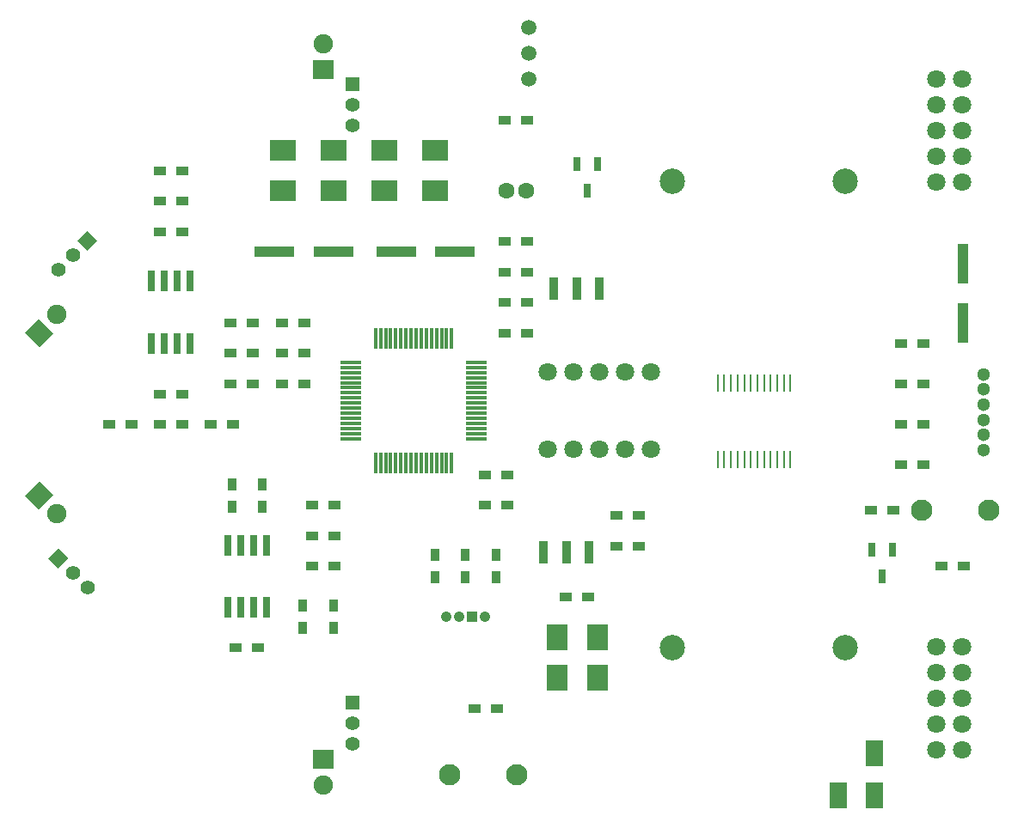
<source format=gts>
G04 #@! TF.FileFunction,Soldermask,Top*
%FSLAX46Y46*%
G04 Gerber Fmt 4.6, Leading zero omitted, Abs format (unit mm)*
G04 Created by KiCad (PCBNEW 4.0.1-stable) date 2018年09月23日 日曜日 04:00:54*
%MOMM*%
G01*
G04 APERTURE LIST*
%ADD10C,0.100000*%
%ADD11R,1.200000X0.900000*%
%ADD12R,2.500000X2.000000*%
%ADD13R,0.900000X1.200000*%
%ADD14R,2.000000X2.500000*%
%ADD15C,1.600000*%
%ADD16R,2.000000X1.900000*%
%ADD17C,1.900000*%
%ADD18R,0.700000X2.000000*%
%ADD19R,0.850000X2.300000*%
%ADD20C,1.400000*%
%ADD21R,1.400000X1.400000*%
%ADD22C,1.500000*%
%ADD23C,2.100000*%
%ADD24C,1.050000*%
%ADD25R,1.050000X1.050000*%
%ADD26R,0.220000X1.800000*%
%ADD27C,1.800000*%
%ADD28C,1.300000*%
%ADD29C,2.500000*%
%ADD30R,0.300000X2.000000*%
%ADD31R,2.000000X0.300000*%
%ADD32R,4.000000X1.000000*%
%ADD33R,0.802000X1.372000*%
%ADD34R,1.700000X2.500000*%
%ADD35R,1.000000X4.000000*%
G04 APERTURE END LIST*
D10*
D11*
X91100000Y-45000000D03*
X88900000Y-45000000D03*
D12*
X28000000Y-18000000D03*
X28000000Y-14000000D03*
X33000000Y-18000000D03*
X33000000Y-14000000D03*
X38000000Y-18000000D03*
X38000000Y-14000000D03*
X43000000Y-18000000D03*
X43000000Y-14000000D03*
D11*
X52100000Y-29000000D03*
X49900000Y-29000000D03*
X52100000Y-32000000D03*
X49900000Y-32000000D03*
X18100000Y-19000000D03*
X15900000Y-19000000D03*
D13*
X23000000Y-49100000D03*
X23000000Y-46900000D03*
D11*
X88900000Y-33000000D03*
X91100000Y-33000000D03*
X88900000Y-37000000D03*
X91100000Y-37000000D03*
X88900000Y-41000000D03*
X91100000Y-41000000D03*
D14*
X59000000Y-66000000D03*
X55000000Y-66000000D03*
X59000000Y-62000000D03*
X55000000Y-62000000D03*
D11*
X58100000Y-58000000D03*
X55900000Y-58000000D03*
D15*
X50000000Y-17950000D03*
X52000000Y-17950000D03*
D11*
X30100000Y-31000000D03*
X27900000Y-31000000D03*
X30100000Y-34000000D03*
X27900000Y-34000000D03*
X30100000Y-37000000D03*
X27900000Y-37000000D03*
X52100000Y-26000000D03*
X49900000Y-26000000D03*
D16*
X32000000Y-6000000D03*
D17*
X32000000Y-3460000D03*
D16*
X32000000Y-74000000D03*
D17*
X32000000Y-76540000D03*
D10*
G36*
X5378858Y-32035355D02*
X4035355Y-33378858D01*
X2621142Y-31964645D01*
X3964645Y-30621142D01*
X5378858Y-32035355D01*
X5378858Y-32035355D01*
G37*
D17*
X5796051Y-30203949D03*
D10*
G36*
X3964645Y-49378858D02*
X2621142Y-48035355D01*
X4035355Y-46621142D01*
X5378858Y-47964645D01*
X3964645Y-49378858D01*
X3964645Y-49378858D01*
G37*
D17*
X5796051Y-49796051D03*
D11*
X60900000Y-53000000D03*
X63100000Y-53000000D03*
D18*
X15095000Y-26900000D03*
X16365000Y-26900000D03*
X17635000Y-26900000D03*
X18905000Y-26900000D03*
X18905000Y-33000000D03*
X17635000Y-33000000D03*
X16365000Y-33000000D03*
X15095000Y-33000000D03*
X22595000Y-52900000D03*
X23865000Y-52900000D03*
X25135000Y-52900000D03*
X26405000Y-52900000D03*
X26405000Y-59000000D03*
X25135000Y-59000000D03*
X23865000Y-59000000D03*
X22595000Y-59000000D03*
D11*
X49900000Y-11000000D03*
X52100000Y-11000000D03*
X22900000Y-31000000D03*
X25100000Y-31000000D03*
X22900000Y-34000000D03*
X25100000Y-34000000D03*
X22900000Y-37000000D03*
X25100000Y-37000000D03*
D13*
X43000000Y-56100000D03*
X43000000Y-53900000D03*
X46000000Y-56100000D03*
X46000000Y-53900000D03*
X49000000Y-56100000D03*
X49000000Y-53900000D03*
D11*
X52100000Y-23000000D03*
X49900000Y-23000000D03*
X47900000Y-49000000D03*
X50100000Y-49000000D03*
X46900000Y-69000000D03*
X49100000Y-69000000D03*
X50100000Y-46000000D03*
X47900000Y-46000000D03*
X18100000Y-41000000D03*
X15900000Y-41000000D03*
X15900000Y-38000000D03*
X18100000Y-38000000D03*
D13*
X33000000Y-58900000D03*
X33000000Y-61100000D03*
X30000000Y-61100000D03*
X30000000Y-58900000D03*
D11*
X10900000Y-41000000D03*
X13100000Y-41000000D03*
X23400000Y-63000000D03*
X25600000Y-63000000D03*
X18100000Y-22000000D03*
X15900000Y-22000000D03*
D13*
X26000000Y-49100000D03*
X26000000Y-46900000D03*
D11*
X23100000Y-41000000D03*
X20900000Y-41000000D03*
X18100000Y-16000000D03*
X15900000Y-16000000D03*
X33100000Y-55000000D03*
X30900000Y-55000000D03*
X30900000Y-52000000D03*
X33100000Y-52000000D03*
X95100000Y-55000000D03*
X92900000Y-55000000D03*
X85900000Y-49500000D03*
X88100000Y-49500000D03*
X63100000Y-50000000D03*
X60900000Y-50000000D03*
X30900000Y-49000000D03*
X33100000Y-49000000D03*
D19*
X59159000Y-27600000D03*
X54714000Y-27600000D03*
X57000000Y-27600000D03*
X58159000Y-53600000D03*
X53714000Y-53600000D03*
X56000000Y-53600000D03*
D20*
X8783879Y-57089803D03*
X7347038Y-55652962D03*
D10*
G36*
X4920248Y-54216121D02*
X5910197Y-53226172D01*
X6900146Y-54216121D01*
X5910197Y-55206070D01*
X4920248Y-54216121D01*
X4920248Y-54216121D01*
G37*
D20*
X34905000Y-72532000D03*
X34905000Y-70500000D03*
D21*
X34905000Y-68468000D03*
D20*
X34905000Y-11532000D03*
X34905000Y-9500000D03*
D21*
X34905000Y-7468000D03*
D20*
X5910197Y-25783879D03*
X7347038Y-24347038D03*
D10*
G36*
X8783879Y-21920248D02*
X9773828Y-22910197D01*
X8783879Y-23900146D01*
X7793930Y-22910197D01*
X8783879Y-21920248D01*
X8783879Y-21920248D01*
G37*
D22*
X52230000Y-1860000D03*
X52230000Y-4400000D03*
X52230000Y-6940000D03*
D23*
X44444000Y-75524000D03*
X51048000Y-75524000D03*
X97556000Y-49476000D03*
X90952000Y-49476000D03*
D24*
X47905000Y-59984000D03*
X45365000Y-59984000D03*
X44095000Y-59984000D03*
D25*
X46635000Y-59984000D03*
D26*
X78000000Y-36900000D03*
X77350000Y-36900000D03*
X76700000Y-36900000D03*
X76050000Y-36900000D03*
X75400000Y-36900000D03*
X74750000Y-36900000D03*
X74100000Y-36900000D03*
X73450000Y-36900000D03*
X72800000Y-36900000D03*
X72150000Y-36900000D03*
X71500000Y-36900000D03*
X70850000Y-36900000D03*
X78000000Y-44450000D03*
X77350000Y-44450000D03*
X76700000Y-44450000D03*
X76050000Y-44450000D03*
X75400000Y-44450000D03*
X74750000Y-44450000D03*
X74100000Y-44450000D03*
X73450000Y-44450000D03*
X72800000Y-44450000D03*
X72150000Y-44450000D03*
X71500000Y-44450000D03*
X70850000Y-44450000D03*
D27*
X92350000Y-62930000D03*
X92350000Y-65470000D03*
X92350000Y-68010000D03*
X92350000Y-70550000D03*
X92350000Y-73090000D03*
X94890000Y-62930000D03*
X94890000Y-65470000D03*
X94890000Y-68010000D03*
X94890000Y-70550000D03*
X94890000Y-73090000D03*
X92350000Y-6930000D03*
X92350000Y-9470000D03*
X92350000Y-12010000D03*
X92350000Y-14550000D03*
X92350000Y-17090000D03*
X94890000Y-6930000D03*
X94890000Y-9470000D03*
X94890000Y-12010000D03*
X94890000Y-14550000D03*
X94890000Y-17090000D03*
X54113000Y-35876000D03*
X56653000Y-35876000D03*
X59193000Y-35876000D03*
X61733000Y-35876000D03*
X64273000Y-35876000D03*
X64223000Y-43476000D03*
X61683000Y-43476000D03*
X59143000Y-43476000D03*
X56603000Y-43476000D03*
X54063000Y-43476000D03*
D28*
X97050000Y-36050000D03*
X97050000Y-37550000D03*
X97050000Y-39050000D03*
X97050000Y-40550000D03*
X97050000Y-42050000D03*
X97050000Y-43550000D03*
D29*
X66400000Y-17000000D03*
X83400000Y-17000000D03*
X66400000Y-63000000D03*
X83400000Y-63000000D03*
D30*
X44650000Y-32500000D03*
X44150000Y-32500000D03*
X43650000Y-32500000D03*
X43150000Y-32500000D03*
X42650000Y-32500000D03*
X42150000Y-32500000D03*
X41650000Y-32500000D03*
X41150000Y-32500000D03*
X40650000Y-32500000D03*
X40150000Y-32500000D03*
X39650000Y-32500000D03*
X39150000Y-32500000D03*
X38650000Y-32500000D03*
X38150000Y-32500000D03*
X37650000Y-32500000D03*
X37150000Y-32500000D03*
D31*
X34750000Y-34900000D03*
X34750000Y-35400000D03*
X34750000Y-35900000D03*
X34750000Y-36400000D03*
X34750000Y-36900000D03*
X34750000Y-37400000D03*
X34750000Y-37900000D03*
X34750000Y-38400000D03*
X34750000Y-38900000D03*
X34750000Y-39400000D03*
X34750000Y-39900000D03*
X34750000Y-40400000D03*
X34750000Y-40900000D03*
X34750000Y-41400000D03*
X34750000Y-41900000D03*
X34750000Y-42400000D03*
X47050000Y-34900000D03*
X47050000Y-35400000D03*
X47050000Y-35900000D03*
X47050000Y-36400000D03*
X47050000Y-36900000D03*
X47050000Y-37400000D03*
X47050000Y-37900000D03*
X47050000Y-38400000D03*
X47050000Y-38900000D03*
X47050000Y-39400000D03*
X47050000Y-39900000D03*
X47050000Y-40400000D03*
X47050000Y-40900000D03*
X47050000Y-41400000D03*
X47050000Y-41900000D03*
X47050000Y-42400000D03*
D30*
X42650000Y-44800000D03*
X44150000Y-44800000D03*
X44650000Y-44800000D03*
X43650000Y-44800000D03*
X43150000Y-44800000D03*
X42150000Y-44800000D03*
X41650000Y-44800000D03*
X41150000Y-44800000D03*
X40650000Y-44800000D03*
X40150000Y-44800000D03*
X39650000Y-44800000D03*
X39150000Y-44800000D03*
X38650000Y-44800000D03*
X38150000Y-44800000D03*
X37650000Y-44800000D03*
X37150000Y-44800000D03*
D32*
X33000000Y-24000000D03*
X27200000Y-24000000D03*
X45000000Y-24000000D03*
X39200000Y-24000000D03*
D33*
X56984000Y-15324000D03*
X59016000Y-15324000D03*
X58000000Y-17956000D03*
X85984000Y-53324000D03*
X88016000Y-53324000D03*
X87000000Y-55956000D03*
D34*
X82750000Y-77600000D03*
X86250000Y-73400000D03*
X86250000Y-77600000D03*
D35*
X95000000Y-31000000D03*
X95000000Y-25200000D03*
M02*

</source>
